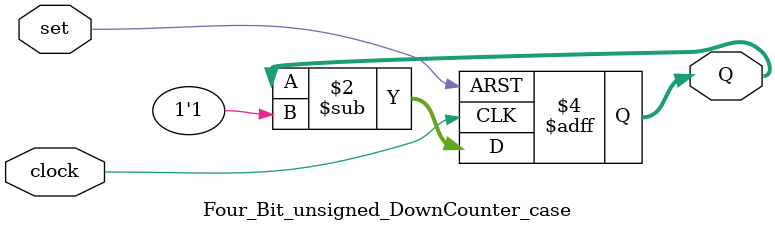
<source format=v>
module Four_Bit_unsigned_DownCounter_case(Q, clock, set);
	
	output [3:0]Q;
	input clock, set;
	reg [3:0]Q;
	
	initial
		Q <= 4'b1111;
	always @(posedge clock or posedge set)
		begin
		//case for set
			case(set)
				1'b0: Q <= Q - 1'b1;
				1'b1: Q <= 4'b1111;
			endcase
		end
endmodule

</source>
